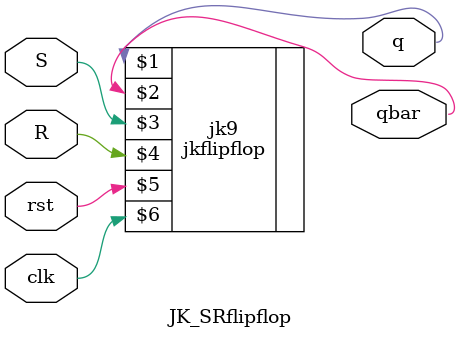
<source format=v>
`timescale 1ns / 1ps


module JK_SRflipflop(q,qbar,S,R,rst,clk);
output q,qbar;
input S,R,rst,clk;
jkflipflop jk9(q,qbar,S,R,rst,clk);
endmodule

</source>
